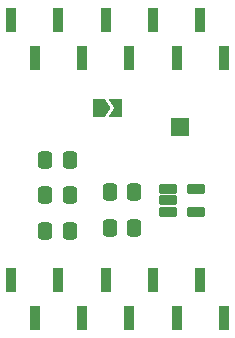
<source format=gts>
%TF.GenerationSoftware,KiCad,Pcbnew,8.0.1*%
%TF.CreationDate,2024-04-01T15:48:33-05:00*%
%TF.ProjectId,adapter_board,61646170-7465-4725-9f62-6f6172642e6b,rev?*%
%TF.SameCoordinates,Original*%
%TF.FileFunction,Soldermask,Top*%
%TF.FilePolarity,Negative*%
%FSLAX46Y46*%
G04 Gerber Fmt 4.6, Leading zero omitted, Abs format (unit mm)*
G04 Created by KiCad (PCBNEW 8.0.1) date 2024-04-01 15:48:33*
%MOMM*%
%LPD*%
G01*
G04 APERTURE LIST*
G04 Aperture macros list*
%AMRoundRect*
0 Rectangle with rounded corners*
0 $1 Rounding radius*
0 $2 $3 $4 $5 $6 $7 $8 $9 X,Y pos of 4 corners*
0 Add a 4 corners polygon primitive as box body*
4,1,4,$2,$3,$4,$5,$6,$7,$8,$9,$2,$3,0*
0 Add four circle primitives for the rounded corners*
1,1,$1+$1,$2,$3*
1,1,$1+$1,$4,$5*
1,1,$1+$1,$6,$7*
1,1,$1+$1,$8,$9*
0 Add four rect primitives between the rounded corners*
20,1,$1+$1,$2,$3,$4,$5,0*
20,1,$1+$1,$4,$5,$6,$7,0*
20,1,$1+$1,$6,$7,$8,$9,0*
20,1,$1+$1,$8,$9,$2,$3,0*%
%AMFreePoly0*
4,1,6,1.000000,0.000000,0.500000,-0.750000,-0.500000,-0.750000,-0.500000,0.750000,0.500000,0.750000,1.000000,0.000000,1.000000,0.000000,$1*%
%AMFreePoly1*
4,1,6,0.500000,-0.750000,-0.650000,-0.750000,-0.150000,0.000000,-0.650000,0.750000,0.500000,0.750000,0.500000,-0.750000,0.500000,-0.750000,$1*%
G04 Aperture macros list end*
%ADD10R,0.939800X2.057400*%
%ADD11RoundRect,0.080400X-0.696600X0.321600X-0.696600X-0.321600X0.696600X-0.321600X0.696600X0.321600X0*%
%ADD12RoundRect,0.250000X-0.337500X-0.475000X0.337500X-0.475000X0.337500X0.475000X-0.337500X0.475000X0*%
%ADD13R,1.500000X1.500000*%
%ADD14FreePoly0,0.000000*%
%ADD15FreePoly1,0.000000*%
G04 APERTURE END LIST*
D10*
%TO.C,J3*%
X156000000Y-58399945D03*
X157999999Y-61599946D03*
X160000000Y-58399945D03*
X162000001Y-61599946D03*
X163999999Y-58399945D03*
X166000001Y-61599946D03*
X167999999Y-58399945D03*
X170000000Y-61599946D03*
X171999999Y-58399945D03*
X174000000Y-61599946D03*
%TD*%
D11*
%TO.C,U1*%
X169250000Y-72710000D03*
X169250000Y-73660000D03*
X169250000Y-74610000D03*
X171620000Y-74610000D03*
X171620000Y-72710000D03*
%TD*%
D10*
%TO.C,J2*%
X156000000Y-80399945D03*
X157999999Y-83599946D03*
X160000000Y-80399945D03*
X162000001Y-83599946D03*
X163999999Y-80399945D03*
X166000001Y-83599946D03*
X167999999Y-80399945D03*
X170000000Y-83599946D03*
X171999999Y-80399945D03*
X174000000Y-83599946D03*
%TD*%
D12*
%TO.C,C3*%
X158895000Y-76230000D03*
X160970000Y-76230000D03*
%TD*%
%TO.C,C2*%
X158895000Y-73220000D03*
X160970000Y-73220000D03*
%TD*%
%TO.C,C4*%
X164355000Y-72950000D03*
X166430000Y-72950000D03*
%TD*%
D13*
%TO.C,TP1*%
X170270000Y-67460000D03*
%TD*%
D12*
%TO.C,C5*%
X164355000Y-75960000D03*
X166430000Y-75960000D03*
%TD*%
D14*
%TO.C,JP1*%
X163410000Y-65850000D03*
D15*
X164860000Y-65850000D03*
%TD*%
D12*
%TO.C,C1*%
X158895000Y-70210000D03*
X160970000Y-70210000D03*
%TD*%
M02*

</source>
